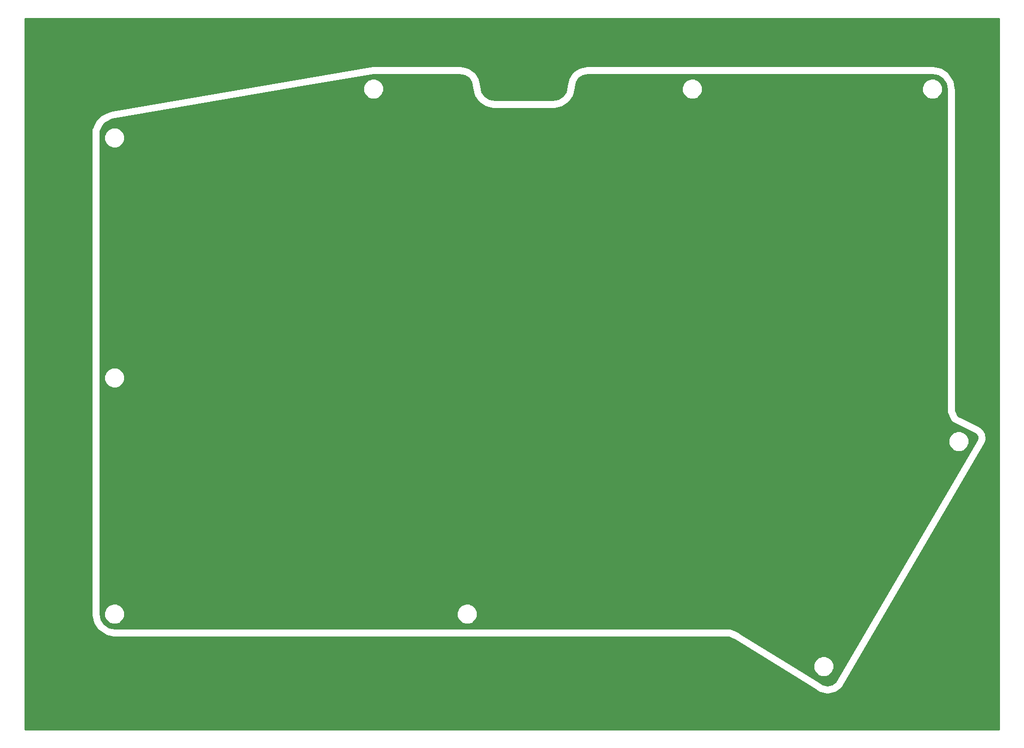
<source format=gbr>
G04 #@! TF.FileFunction,Copper,L2,Bot,Signal*
%FSLAX46Y46*%
G04 Gerber Fmt 4.6, Leading zero omitted, Abs format (unit mm)*
G04 Created by KiCad (PCBNEW 4.0.7) date 05/24/18 16:25:35*
%MOMM*%
%LPD*%
G01*
G04 APERTURE LIST*
%ADD10C,0.100000*%
%ADD11C,0.254000*%
G04 APERTURE END LIST*
D10*
D11*
G36*
X222123000Y-152273000D02*
X57277000Y-152273000D01*
X57277000Y-50800000D01*
X68505000Y-50800000D01*
X68505000Y-132715000D01*
X68518642Y-132783584D01*
X68518642Y-132853514D01*
X68760324Y-134068534D01*
X68841168Y-134263707D01*
X68866339Y-134324475D01*
X69554593Y-135354519D01*
X69750481Y-135550407D01*
X70780525Y-136238661D01*
X70855489Y-136269712D01*
X71036466Y-136344676D01*
X72251487Y-136586358D01*
X72321416Y-136586358D01*
X72390000Y-136600000D01*
X176362392Y-136600000D01*
X177453672Y-137145640D01*
X190750805Y-145377199D01*
X191614566Y-145954345D01*
X191870507Y-146060359D01*
X192901485Y-146265434D01*
X193178514Y-146265434D01*
X194209493Y-146060360D01*
X194465434Y-145954345D01*
X195339455Y-145370343D01*
X195354730Y-145355068D01*
X195374154Y-145345620D01*
X195452180Y-145257618D01*
X195535343Y-145174455D01*
X195543609Y-145154500D01*
X195557941Y-145138335D01*
X219687941Y-103863334D01*
X219718265Y-103775572D01*
X219759786Y-103692530D01*
X219906117Y-103158186D01*
X219911969Y-103075845D01*
X219925756Y-102881854D01*
X219856463Y-102332185D01*
X219788136Y-102127207D01*
X219768859Y-102069374D01*
X219494492Y-101588063D01*
X219342200Y-101412470D01*
X219312982Y-101378781D01*
X218875312Y-101039105D01*
X218812764Y-101007831D01*
X218757521Y-100964957D01*
X216217522Y-99694957D01*
X215159203Y-99165797D01*
X214705000Y-98257392D01*
X214705000Y-43815000D01*
X214691358Y-43746416D01*
X214691358Y-43676487D01*
X214449676Y-42461466D01*
X214343661Y-42205526D01*
X214343661Y-42205525D01*
X213655407Y-41175481D01*
X213459519Y-40979593D01*
X212429475Y-40291339D01*
X212173534Y-40185324D01*
X210958514Y-39943642D01*
X210880964Y-39943642D01*
X210812380Y-39930000D01*
X152473660Y-39930000D01*
X152405076Y-39943642D01*
X151243799Y-40156018D01*
X151062822Y-40230982D01*
X150987858Y-40262033D01*
X150082717Y-40866829D01*
X149886829Y-41062717D01*
X149282033Y-41967858D01*
X149282033Y-41967859D01*
X149176018Y-42223799D01*
X148963642Y-43291485D01*
X148963642Y-43291486D01*
X148762833Y-44301023D01*
X148269439Y-45039439D01*
X147531023Y-45532833D01*
X146590069Y-45720000D01*
X136729931Y-45720000D01*
X135788977Y-45532833D01*
X135050561Y-45039439D01*
X134557167Y-44301023D01*
X134356358Y-43291486D01*
X134356358Y-43291485D01*
X134143982Y-42223799D01*
X134037967Y-41967859D01*
X134037967Y-41967858D01*
X133433171Y-41062717D01*
X133237283Y-40866829D01*
X132332142Y-40262033D01*
X132257178Y-40230982D01*
X132076201Y-40156018D01*
X131008514Y-39943642D01*
X130972626Y-39943642D01*
X130878334Y-39924920D01*
X116214914Y-39930000D01*
X116154431Y-39942053D01*
X116085035Y-39940208D01*
X71635036Y-47560208D01*
X71537854Y-47597469D01*
X71437478Y-47624957D01*
X70167478Y-48259957D01*
X70077578Y-48329729D01*
X69982954Y-48392954D01*
X69347954Y-49027954D01*
X69284729Y-49122578D01*
X69214957Y-49212478D01*
X68579957Y-50482478D01*
X68573219Y-50507084D01*
X68559046Y-50528295D01*
X68536844Y-50639913D01*
X68506787Y-50749669D01*
X68509977Y-50774977D01*
X68505000Y-50800000D01*
X57277000Y-50800000D01*
X57277000Y-31877000D01*
X222123000Y-31877000D01*
X222123000Y-152273000D01*
X222123000Y-152273000D01*
G37*
X222123000Y-152273000D02*
X57277000Y-152273000D01*
X57277000Y-50800000D01*
X68505000Y-50800000D01*
X68505000Y-132715000D01*
X68518642Y-132783584D01*
X68518642Y-132853514D01*
X68760324Y-134068534D01*
X68841168Y-134263707D01*
X68866339Y-134324475D01*
X69554593Y-135354519D01*
X69750481Y-135550407D01*
X70780525Y-136238661D01*
X70855489Y-136269712D01*
X71036466Y-136344676D01*
X72251487Y-136586358D01*
X72321416Y-136586358D01*
X72390000Y-136600000D01*
X176362392Y-136600000D01*
X177453672Y-137145640D01*
X190750805Y-145377199D01*
X191614566Y-145954345D01*
X191870507Y-146060359D01*
X192901485Y-146265434D01*
X193178514Y-146265434D01*
X194209493Y-146060360D01*
X194465434Y-145954345D01*
X195339455Y-145370343D01*
X195354730Y-145355068D01*
X195374154Y-145345620D01*
X195452180Y-145257618D01*
X195535343Y-145174455D01*
X195543609Y-145154500D01*
X195557941Y-145138335D01*
X219687941Y-103863334D01*
X219718265Y-103775572D01*
X219759786Y-103692530D01*
X219906117Y-103158186D01*
X219911969Y-103075845D01*
X219925756Y-102881854D01*
X219856463Y-102332185D01*
X219788136Y-102127207D01*
X219768859Y-102069374D01*
X219494492Y-101588063D01*
X219342200Y-101412470D01*
X219312982Y-101378781D01*
X218875312Y-101039105D01*
X218812764Y-101007831D01*
X218757521Y-100964957D01*
X216217522Y-99694957D01*
X215159203Y-99165797D01*
X214705000Y-98257392D01*
X214705000Y-43815000D01*
X214691358Y-43746416D01*
X214691358Y-43676487D01*
X214449676Y-42461466D01*
X214343661Y-42205526D01*
X214343661Y-42205525D01*
X213655407Y-41175481D01*
X213459519Y-40979593D01*
X212429475Y-40291339D01*
X212173534Y-40185324D01*
X210958514Y-39943642D01*
X210880964Y-39943642D01*
X210812380Y-39930000D01*
X152473660Y-39930000D01*
X152405076Y-39943642D01*
X151243799Y-40156018D01*
X151062822Y-40230982D01*
X150987858Y-40262033D01*
X150082717Y-40866829D01*
X149886829Y-41062717D01*
X149282033Y-41967858D01*
X149282033Y-41967859D01*
X149176018Y-42223799D01*
X148963642Y-43291485D01*
X148963642Y-43291486D01*
X148762833Y-44301023D01*
X148269439Y-45039439D01*
X147531023Y-45532833D01*
X146590069Y-45720000D01*
X136729931Y-45720000D01*
X135788977Y-45532833D01*
X135050561Y-45039439D01*
X134557167Y-44301023D01*
X134356358Y-43291486D01*
X134356358Y-43291485D01*
X134143982Y-42223799D01*
X134037967Y-41967859D01*
X134037967Y-41967858D01*
X133433171Y-41062717D01*
X133237283Y-40866829D01*
X132332142Y-40262033D01*
X132257178Y-40230982D01*
X132076201Y-40156018D01*
X131008514Y-39943642D01*
X130972626Y-39943642D01*
X130878334Y-39924920D01*
X116214914Y-39930000D01*
X116154431Y-39942053D01*
X116085035Y-39940208D01*
X71635036Y-47560208D01*
X71537854Y-47597469D01*
X71437478Y-47624957D01*
X70167478Y-48259957D01*
X70077578Y-48329729D01*
X69982954Y-48392954D01*
X69347954Y-49027954D01*
X69284729Y-49122578D01*
X69214957Y-49212478D01*
X68579957Y-50482478D01*
X68573219Y-50507084D01*
X68559046Y-50528295D01*
X68536844Y-50639913D01*
X68506787Y-50749669D01*
X68509977Y-50774977D01*
X68505000Y-50800000D01*
X57277000Y-50800000D01*
X57277000Y-31877000D01*
X222123000Y-31877000D01*
X222123000Y-152273000D01*
G36*
X131660660Y-41521182D02*
X132330947Y-41969053D01*
X132778818Y-42639340D01*
X132963642Y-43568513D01*
X132963642Y-43568514D01*
X133192003Y-44716564D01*
X133251526Y-44860263D01*
X133298018Y-44972505D01*
X133948337Y-45945775D01*
X134144225Y-46141663D01*
X135117495Y-46791982D01*
X135195889Y-46824454D01*
X135373436Y-46897997D01*
X136521487Y-47126358D01*
X136591416Y-47126358D01*
X136660000Y-47140000D01*
X146660000Y-47140000D01*
X146728584Y-47126358D01*
X146798514Y-47126358D01*
X147946564Y-46897997D01*
X148202505Y-46791982D01*
X149175775Y-46141663D01*
X149371663Y-45945775D01*
X150021982Y-44972505D01*
X150087929Y-44813295D01*
X150127997Y-44716564D01*
X150356358Y-43568513D01*
X150364696Y-43526593D01*
X168434677Y-43526593D01*
X168444975Y-43842507D01*
X168444699Y-44158599D01*
X168456184Y-44186395D01*
X168457164Y-44216453D01*
X168677901Y-44749359D01*
X168690954Y-44754581D01*
X168708281Y-44796515D01*
X169195918Y-45285004D01*
X169240149Y-45303370D01*
X169245641Y-45317099D01*
X169541448Y-45428481D01*
X169833373Y-45549699D01*
X169863448Y-45549725D01*
X169891593Y-45560323D01*
X170207507Y-45550025D01*
X170523599Y-45550301D01*
X170551395Y-45538816D01*
X170581453Y-45537836D01*
X171114359Y-45317099D01*
X171119581Y-45304046D01*
X171161515Y-45286719D01*
X171650004Y-44799082D01*
X171668370Y-44754851D01*
X171682099Y-44749359D01*
X171793481Y-44453552D01*
X171914699Y-44161627D01*
X171914725Y-44131552D01*
X171925323Y-44103407D01*
X171915025Y-43787493D01*
X171915252Y-43526593D01*
X209074677Y-43526593D01*
X209084975Y-43842507D01*
X209084699Y-44158599D01*
X209096184Y-44186395D01*
X209097164Y-44216453D01*
X209317901Y-44749359D01*
X209330954Y-44754581D01*
X209348281Y-44796515D01*
X209835918Y-45285004D01*
X209880149Y-45303370D01*
X209885641Y-45317099D01*
X210181448Y-45428481D01*
X210473373Y-45549699D01*
X210503448Y-45549725D01*
X210531593Y-45560323D01*
X210847507Y-45550025D01*
X211163599Y-45550301D01*
X211191395Y-45538816D01*
X211221453Y-45537836D01*
X211754359Y-45317099D01*
X211759581Y-45304046D01*
X211801515Y-45286719D01*
X212290004Y-44799082D01*
X212308370Y-44754851D01*
X212322099Y-44749359D01*
X212433481Y-44453552D01*
X212554699Y-44161627D01*
X212554725Y-44131552D01*
X212565323Y-44103407D01*
X212555025Y-43787493D01*
X212555301Y-43471401D01*
X212543816Y-43443605D01*
X212542836Y-43413547D01*
X212322099Y-42880641D01*
X212309046Y-42875419D01*
X212291719Y-42833485D01*
X211804082Y-42344996D01*
X211759851Y-42326630D01*
X211754359Y-42312901D01*
X211458552Y-42201519D01*
X211166627Y-42080301D01*
X211136552Y-42080275D01*
X211108407Y-42069677D01*
X210792493Y-42079975D01*
X210476401Y-42079699D01*
X210448605Y-42091184D01*
X210418547Y-42092164D01*
X209885641Y-42312901D01*
X209880419Y-42325954D01*
X209838485Y-42343281D01*
X209349996Y-42830918D01*
X209331630Y-42875149D01*
X209317901Y-42880641D01*
X209206519Y-43176448D01*
X209085301Y-43468373D01*
X209085275Y-43498448D01*
X209074677Y-43526593D01*
X171915252Y-43526593D01*
X171915301Y-43471401D01*
X171903816Y-43443605D01*
X171902836Y-43413547D01*
X171682099Y-42880641D01*
X171669046Y-42875419D01*
X171651719Y-42833485D01*
X171164082Y-42344996D01*
X171119851Y-42326630D01*
X171114359Y-42312901D01*
X170818552Y-42201519D01*
X170526627Y-42080301D01*
X170496552Y-42080275D01*
X170468407Y-42069677D01*
X170152493Y-42079975D01*
X169836401Y-42079699D01*
X169808605Y-42091184D01*
X169778547Y-42092164D01*
X169245641Y-42312901D01*
X169240419Y-42325954D01*
X169198485Y-42343281D01*
X168709996Y-42830918D01*
X168691630Y-42875149D01*
X168677901Y-42880641D01*
X168566519Y-43176448D01*
X168445301Y-43468373D01*
X168445275Y-43498448D01*
X168434677Y-43526593D01*
X150364696Y-43526593D01*
X150541182Y-42639340D01*
X150989053Y-41969053D01*
X151659340Y-41521182D01*
X152519931Y-41350000D01*
X210750069Y-41350000D01*
X211757993Y-41550488D01*
X212553183Y-42081817D01*
X213084512Y-42877007D01*
X213285000Y-43884931D01*
X213285000Y-98425000D01*
X213289977Y-98450023D01*
X213286787Y-98475331D01*
X213316844Y-98585087D01*
X213339046Y-98696705D01*
X213353219Y-98717916D01*
X213359957Y-98742522D01*
X213994957Y-100012522D01*
X214049540Y-100082852D01*
X214093628Y-100160193D01*
X214133704Y-100191296D01*
X214164807Y-100231372D01*
X214242148Y-100275460D01*
X214312478Y-100330043D01*
X218059932Y-102203770D01*
X218330790Y-102413983D01*
X218465277Y-102649906D01*
X218499242Y-102919339D01*
X218414897Y-103227337D01*
X194414585Y-144280503D01*
X193793950Y-144695197D01*
X193040002Y-144845167D01*
X192286050Y-144695197D01*
X191529455Y-144189657D01*
X191517877Y-144184861D01*
X191508712Y-144176312D01*
X186889166Y-141316593D01*
X190659677Y-141316593D01*
X190669975Y-141632507D01*
X190669699Y-141948599D01*
X190681184Y-141976395D01*
X190682164Y-142006453D01*
X190902901Y-142539359D01*
X190915954Y-142544581D01*
X190933281Y-142586515D01*
X191420918Y-143075004D01*
X191465149Y-143093370D01*
X191470641Y-143107099D01*
X191766448Y-143218481D01*
X192058373Y-143339699D01*
X192088448Y-143339725D01*
X192116593Y-143350323D01*
X192432507Y-143340025D01*
X192748599Y-143340301D01*
X192776395Y-143328816D01*
X192806453Y-143327836D01*
X193339359Y-143107099D01*
X193344581Y-143094046D01*
X193386515Y-143076719D01*
X193875004Y-142589082D01*
X193893370Y-142544851D01*
X193907099Y-142539359D01*
X194018481Y-142243552D01*
X194139699Y-141951627D01*
X194139725Y-141921552D01*
X194150323Y-141893407D01*
X194140025Y-141577493D01*
X194140301Y-141261401D01*
X194128816Y-141233605D01*
X194127836Y-141203547D01*
X193907099Y-140670641D01*
X193894046Y-140665419D01*
X193876719Y-140623485D01*
X193389082Y-140134996D01*
X193344851Y-140116630D01*
X193339359Y-140102901D01*
X193043552Y-139991519D01*
X192751627Y-139870301D01*
X192721552Y-139870275D01*
X192693407Y-139859677D01*
X192377493Y-139869975D01*
X192061401Y-139869699D01*
X192033605Y-139881184D01*
X192003547Y-139882164D01*
X191470641Y-140102901D01*
X191465419Y-140115954D01*
X191423485Y-140133281D01*
X190934996Y-140620918D01*
X190916630Y-140665149D01*
X190902901Y-140670641D01*
X190791519Y-140966448D01*
X190670301Y-141258373D01*
X190670275Y-141288448D01*
X190659677Y-141316593D01*
X186889166Y-141316593D01*
X178173712Y-135921312D01*
X178143231Y-135909910D01*
X178117522Y-135889957D01*
X176847522Y-135254957D01*
X176822916Y-135248219D01*
X176801705Y-135234046D01*
X176690087Y-135211844D01*
X176580331Y-135181787D01*
X176555023Y-135184977D01*
X176530000Y-135180000D01*
X72459931Y-135180000D01*
X71452007Y-134979512D01*
X70656817Y-134448183D01*
X70125488Y-133652993D01*
X69925000Y-132645069D01*
X69925000Y-132426593D01*
X70644677Y-132426593D01*
X70654975Y-132742507D01*
X70654699Y-133058599D01*
X70666184Y-133086395D01*
X70667164Y-133116453D01*
X70887901Y-133649359D01*
X70900954Y-133654581D01*
X70918281Y-133696515D01*
X71405918Y-134185004D01*
X71450149Y-134203370D01*
X71455641Y-134217099D01*
X71751448Y-134328481D01*
X72043373Y-134449699D01*
X72073448Y-134449725D01*
X72101593Y-134460323D01*
X72417507Y-134450025D01*
X72733599Y-134450301D01*
X72761395Y-134438816D01*
X72791453Y-134437836D01*
X73324359Y-134217099D01*
X73329581Y-134204046D01*
X73371515Y-134186719D01*
X73860004Y-133699082D01*
X73878370Y-133654851D01*
X73892099Y-133649359D01*
X74003481Y-133353552D01*
X74124699Y-133061627D01*
X74124725Y-133031552D01*
X74135323Y-133003407D01*
X74125025Y-132687493D01*
X74125252Y-132426593D01*
X130334677Y-132426593D01*
X130344975Y-132742507D01*
X130344699Y-133058599D01*
X130356184Y-133086395D01*
X130357164Y-133116453D01*
X130577901Y-133649359D01*
X130590954Y-133654581D01*
X130608281Y-133696515D01*
X131095918Y-134185004D01*
X131140149Y-134203370D01*
X131145641Y-134217099D01*
X131441448Y-134328481D01*
X131733373Y-134449699D01*
X131763448Y-134449725D01*
X131791593Y-134460323D01*
X132107507Y-134450025D01*
X132423599Y-134450301D01*
X132451395Y-134438816D01*
X132481453Y-134437836D01*
X133014359Y-134217099D01*
X133019581Y-134204046D01*
X133061515Y-134186719D01*
X133550004Y-133699082D01*
X133568370Y-133654851D01*
X133582099Y-133649359D01*
X133693481Y-133353552D01*
X133814699Y-133061627D01*
X133814725Y-133031552D01*
X133825323Y-133003407D01*
X133815025Y-132687493D01*
X133815301Y-132371401D01*
X133803816Y-132343605D01*
X133802836Y-132313547D01*
X133582099Y-131780641D01*
X133569046Y-131775419D01*
X133551719Y-131733485D01*
X133064082Y-131244996D01*
X133019851Y-131226630D01*
X133014359Y-131212901D01*
X132718552Y-131101519D01*
X132426627Y-130980301D01*
X132396552Y-130980275D01*
X132368407Y-130969677D01*
X132052493Y-130979975D01*
X131736401Y-130979699D01*
X131708605Y-130991184D01*
X131678547Y-130992164D01*
X131145641Y-131212901D01*
X131140419Y-131225954D01*
X131098485Y-131243281D01*
X130609996Y-131730918D01*
X130591630Y-131775149D01*
X130577901Y-131780641D01*
X130466519Y-132076448D01*
X130345301Y-132368373D01*
X130345275Y-132398448D01*
X130334677Y-132426593D01*
X74125252Y-132426593D01*
X74125301Y-132371401D01*
X74113816Y-132343605D01*
X74112836Y-132313547D01*
X73892099Y-131780641D01*
X73879046Y-131775419D01*
X73861719Y-131733485D01*
X73374082Y-131244996D01*
X73329851Y-131226630D01*
X73324359Y-131212901D01*
X73028552Y-131101519D01*
X72736627Y-130980301D01*
X72706552Y-130980275D01*
X72678407Y-130969677D01*
X72362493Y-130979975D01*
X72046401Y-130979699D01*
X72018605Y-130991184D01*
X71988547Y-130992164D01*
X71455641Y-131212901D01*
X71450419Y-131225954D01*
X71408485Y-131243281D01*
X70919996Y-131730918D01*
X70901630Y-131775149D01*
X70887901Y-131780641D01*
X70776519Y-132076448D01*
X70655301Y-132368373D01*
X70655275Y-132398448D01*
X70644677Y-132426593D01*
X69925000Y-132426593D01*
X69925000Y-103216593D01*
X213519677Y-103216593D01*
X213529975Y-103532507D01*
X213529699Y-103848599D01*
X213541184Y-103876395D01*
X213542164Y-103906453D01*
X213762901Y-104439359D01*
X213775954Y-104444581D01*
X213793281Y-104486515D01*
X214280918Y-104975004D01*
X214325149Y-104993370D01*
X214330641Y-105007099D01*
X214626448Y-105118481D01*
X214918373Y-105239699D01*
X214948448Y-105239725D01*
X214976593Y-105250323D01*
X215292507Y-105240025D01*
X215608599Y-105240301D01*
X215636395Y-105228816D01*
X215666453Y-105227836D01*
X216199359Y-105007099D01*
X216204581Y-104994046D01*
X216246515Y-104976719D01*
X216735004Y-104489082D01*
X216753370Y-104444851D01*
X216767099Y-104439359D01*
X216878481Y-104143552D01*
X216999699Y-103851627D01*
X216999725Y-103821552D01*
X217010323Y-103793407D01*
X217000025Y-103477493D01*
X217000301Y-103161401D01*
X216988816Y-103133605D01*
X216987836Y-103103547D01*
X216767099Y-102570641D01*
X216754046Y-102565419D01*
X216736719Y-102523485D01*
X216249082Y-102034996D01*
X216204851Y-102016630D01*
X216199359Y-102002901D01*
X215903552Y-101891519D01*
X215611627Y-101770301D01*
X215581552Y-101770275D01*
X215553407Y-101759677D01*
X215237493Y-101769975D01*
X214921401Y-101769699D01*
X214893605Y-101781184D01*
X214863547Y-101782164D01*
X214330641Y-102002901D01*
X214325419Y-102015954D01*
X214283485Y-102033281D01*
X213794996Y-102520918D01*
X213776630Y-102565149D01*
X213762901Y-102570641D01*
X213651519Y-102866448D01*
X213530301Y-103158373D01*
X213530275Y-103188448D01*
X213519677Y-103216593D01*
X69925000Y-103216593D01*
X69925000Y-92421593D01*
X70644677Y-92421593D01*
X70654975Y-92737507D01*
X70654699Y-93053599D01*
X70666184Y-93081395D01*
X70667164Y-93111453D01*
X70887901Y-93644359D01*
X70900954Y-93649581D01*
X70918281Y-93691515D01*
X71405918Y-94180004D01*
X71450149Y-94198370D01*
X71455641Y-94212099D01*
X71751448Y-94323481D01*
X72043373Y-94444699D01*
X72073448Y-94444725D01*
X72101593Y-94455323D01*
X72417507Y-94445025D01*
X72733599Y-94445301D01*
X72761395Y-94433816D01*
X72791453Y-94432836D01*
X73324359Y-94212099D01*
X73329581Y-94199046D01*
X73371515Y-94181719D01*
X73860004Y-93694082D01*
X73878370Y-93649851D01*
X73892099Y-93644359D01*
X74003481Y-93348552D01*
X74124699Y-93056627D01*
X74124725Y-93026552D01*
X74135323Y-92998407D01*
X74125025Y-92682493D01*
X74125301Y-92366401D01*
X74113816Y-92338605D01*
X74112836Y-92308547D01*
X73892099Y-91775641D01*
X73879046Y-91770419D01*
X73861719Y-91728485D01*
X73374082Y-91239996D01*
X73329851Y-91221630D01*
X73324359Y-91207901D01*
X73028552Y-91096519D01*
X72736627Y-90975301D01*
X72706552Y-90975275D01*
X72678407Y-90964677D01*
X72362493Y-90974975D01*
X72046401Y-90974699D01*
X72018605Y-90986184D01*
X71988547Y-90987164D01*
X71455641Y-91207901D01*
X71450419Y-91220954D01*
X71408485Y-91238281D01*
X70919996Y-91725918D01*
X70901630Y-91770149D01*
X70887901Y-91775641D01*
X70776519Y-92071448D01*
X70655301Y-92363373D01*
X70655275Y-92393448D01*
X70644677Y-92421593D01*
X69925000Y-92421593D01*
X69925000Y-51781593D01*
X70644677Y-51781593D01*
X70654975Y-52097507D01*
X70654699Y-52413599D01*
X70666184Y-52441395D01*
X70667164Y-52471453D01*
X70887901Y-53004359D01*
X70900954Y-53009581D01*
X70918281Y-53051515D01*
X71405918Y-53540004D01*
X71450149Y-53558370D01*
X71455641Y-53572099D01*
X71751448Y-53683481D01*
X72043373Y-53804699D01*
X72073448Y-53804725D01*
X72101593Y-53815323D01*
X72417507Y-53805025D01*
X72733599Y-53805301D01*
X72761395Y-53793816D01*
X72791453Y-53792836D01*
X73324359Y-53572099D01*
X73329581Y-53559046D01*
X73371515Y-53541719D01*
X73860004Y-53054082D01*
X73878370Y-53009851D01*
X73892099Y-53004359D01*
X74003481Y-52708552D01*
X74124699Y-52416627D01*
X74124725Y-52386552D01*
X74135323Y-52358407D01*
X74125025Y-52042493D01*
X74125301Y-51726401D01*
X74113816Y-51698605D01*
X74112836Y-51668547D01*
X73892099Y-51135641D01*
X73879046Y-51130419D01*
X73861719Y-51088485D01*
X73374082Y-50599996D01*
X73329851Y-50581630D01*
X73324359Y-50567901D01*
X73028552Y-50456519D01*
X72736627Y-50335301D01*
X72706552Y-50335275D01*
X72678407Y-50324677D01*
X72362493Y-50334975D01*
X72046401Y-50334699D01*
X72018605Y-50346184D01*
X71988547Y-50347164D01*
X71455641Y-50567901D01*
X71450419Y-50580954D01*
X71408485Y-50598281D01*
X70919996Y-51085918D01*
X70901630Y-51130149D01*
X70887901Y-51135641D01*
X70776519Y-51431448D01*
X70655301Y-51723373D01*
X70655275Y-51753448D01*
X70644677Y-51781593D01*
X69925000Y-51781593D01*
X69925000Y-50967608D01*
X70433516Y-49950576D01*
X70905576Y-49478516D01*
X71978534Y-48942037D01*
X103568626Y-43526593D01*
X114459677Y-43526593D01*
X114469975Y-43842507D01*
X114469699Y-44158599D01*
X114481184Y-44186395D01*
X114482164Y-44216453D01*
X114702901Y-44749359D01*
X114715954Y-44754581D01*
X114733281Y-44796515D01*
X115220918Y-45285004D01*
X115265149Y-45303370D01*
X115270641Y-45317099D01*
X115566448Y-45428481D01*
X115858373Y-45549699D01*
X115888448Y-45549725D01*
X115916593Y-45560323D01*
X116232507Y-45550025D01*
X116548599Y-45550301D01*
X116576395Y-45538816D01*
X116606453Y-45537836D01*
X117139359Y-45317099D01*
X117144581Y-45304046D01*
X117186515Y-45286719D01*
X117675004Y-44799082D01*
X117693370Y-44754851D01*
X117707099Y-44749359D01*
X117818481Y-44453552D01*
X117939699Y-44161627D01*
X117939725Y-44131552D01*
X117950323Y-44103407D01*
X117940025Y-43787493D01*
X117940301Y-43471401D01*
X117928816Y-43443605D01*
X117927836Y-43413547D01*
X117707099Y-42880641D01*
X117694046Y-42875419D01*
X117676719Y-42833485D01*
X117189082Y-42344996D01*
X117144851Y-42326630D01*
X117139359Y-42312901D01*
X116843552Y-42201519D01*
X116551627Y-42080301D01*
X116521552Y-42080275D01*
X116493407Y-42069677D01*
X116177493Y-42079975D01*
X115861401Y-42079699D01*
X115833605Y-42091184D01*
X115803547Y-42092164D01*
X115270641Y-42312901D01*
X115265419Y-42325954D01*
X115223485Y-42343281D01*
X114734996Y-42830918D01*
X114716630Y-42875149D01*
X114702901Y-42880641D01*
X114591519Y-43176448D01*
X114470301Y-43468373D01*
X114470275Y-43498448D01*
X114459677Y-43526593D01*
X103568626Y-43526593D01*
X116265519Y-41349983D01*
X130774711Y-41344956D01*
X131660660Y-41521182D01*
X131660660Y-41521182D01*
G37*
X131660660Y-41521182D02*
X132330947Y-41969053D01*
X132778818Y-42639340D01*
X132963642Y-43568513D01*
X132963642Y-43568514D01*
X133192003Y-44716564D01*
X133251526Y-44860263D01*
X133298018Y-44972505D01*
X133948337Y-45945775D01*
X134144225Y-46141663D01*
X135117495Y-46791982D01*
X135195889Y-46824454D01*
X135373436Y-46897997D01*
X136521487Y-47126358D01*
X136591416Y-47126358D01*
X136660000Y-47140000D01*
X146660000Y-47140000D01*
X146728584Y-47126358D01*
X146798514Y-47126358D01*
X147946564Y-46897997D01*
X148202505Y-46791982D01*
X149175775Y-46141663D01*
X149371663Y-45945775D01*
X150021982Y-44972505D01*
X150087929Y-44813295D01*
X150127997Y-44716564D01*
X150356358Y-43568513D01*
X150364696Y-43526593D01*
X168434677Y-43526593D01*
X168444975Y-43842507D01*
X168444699Y-44158599D01*
X168456184Y-44186395D01*
X168457164Y-44216453D01*
X168677901Y-44749359D01*
X168690954Y-44754581D01*
X168708281Y-44796515D01*
X169195918Y-45285004D01*
X169240149Y-45303370D01*
X169245641Y-45317099D01*
X169541448Y-45428481D01*
X169833373Y-45549699D01*
X169863448Y-45549725D01*
X169891593Y-45560323D01*
X170207507Y-45550025D01*
X170523599Y-45550301D01*
X170551395Y-45538816D01*
X170581453Y-45537836D01*
X171114359Y-45317099D01*
X171119581Y-45304046D01*
X171161515Y-45286719D01*
X171650004Y-44799082D01*
X171668370Y-44754851D01*
X171682099Y-44749359D01*
X171793481Y-44453552D01*
X171914699Y-44161627D01*
X171914725Y-44131552D01*
X171925323Y-44103407D01*
X171915025Y-43787493D01*
X171915252Y-43526593D01*
X209074677Y-43526593D01*
X209084975Y-43842507D01*
X209084699Y-44158599D01*
X209096184Y-44186395D01*
X209097164Y-44216453D01*
X209317901Y-44749359D01*
X209330954Y-44754581D01*
X209348281Y-44796515D01*
X209835918Y-45285004D01*
X209880149Y-45303370D01*
X209885641Y-45317099D01*
X210181448Y-45428481D01*
X210473373Y-45549699D01*
X210503448Y-45549725D01*
X210531593Y-45560323D01*
X210847507Y-45550025D01*
X211163599Y-45550301D01*
X211191395Y-45538816D01*
X211221453Y-45537836D01*
X211754359Y-45317099D01*
X211759581Y-45304046D01*
X211801515Y-45286719D01*
X212290004Y-44799082D01*
X212308370Y-44754851D01*
X212322099Y-44749359D01*
X212433481Y-44453552D01*
X212554699Y-44161627D01*
X212554725Y-44131552D01*
X212565323Y-44103407D01*
X212555025Y-43787493D01*
X212555301Y-43471401D01*
X212543816Y-43443605D01*
X212542836Y-43413547D01*
X212322099Y-42880641D01*
X212309046Y-42875419D01*
X212291719Y-42833485D01*
X211804082Y-42344996D01*
X211759851Y-42326630D01*
X211754359Y-42312901D01*
X211458552Y-42201519D01*
X211166627Y-42080301D01*
X211136552Y-42080275D01*
X211108407Y-42069677D01*
X210792493Y-42079975D01*
X210476401Y-42079699D01*
X210448605Y-42091184D01*
X210418547Y-42092164D01*
X209885641Y-42312901D01*
X209880419Y-42325954D01*
X209838485Y-42343281D01*
X209349996Y-42830918D01*
X209331630Y-42875149D01*
X209317901Y-42880641D01*
X209206519Y-43176448D01*
X209085301Y-43468373D01*
X209085275Y-43498448D01*
X209074677Y-43526593D01*
X171915252Y-43526593D01*
X171915301Y-43471401D01*
X171903816Y-43443605D01*
X171902836Y-43413547D01*
X171682099Y-42880641D01*
X171669046Y-42875419D01*
X171651719Y-42833485D01*
X171164082Y-42344996D01*
X171119851Y-42326630D01*
X171114359Y-42312901D01*
X170818552Y-42201519D01*
X170526627Y-42080301D01*
X170496552Y-42080275D01*
X170468407Y-42069677D01*
X170152493Y-42079975D01*
X169836401Y-42079699D01*
X169808605Y-42091184D01*
X169778547Y-42092164D01*
X169245641Y-42312901D01*
X169240419Y-42325954D01*
X169198485Y-42343281D01*
X168709996Y-42830918D01*
X168691630Y-42875149D01*
X168677901Y-42880641D01*
X168566519Y-43176448D01*
X168445301Y-43468373D01*
X168445275Y-43498448D01*
X168434677Y-43526593D01*
X150364696Y-43526593D01*
X150541182Y-42639340D01*
X150989053Y-41969053D01*
X151659340Y-41521182D01*
X152519931Y-41350000D01*
X210750069Y-41350000D01*
X211757993Y-41550488D01*
X212553183Y-42081817D01*
X213084512Y-42877007D01*
X213285000Y-43884931D01*
X213285000Y-98425000D01*
X213289977Y-98450023D01*
X213286787Y-98475331D01*
X213316844Y-98585087D01*
X213339046Y-98696705D01*
X213353219Y-98717916D01*
X213359957Y-98742522D01*
X213994957Y-100012522D01*
X214049540Y-100082852D01*
X214093628Y-100160193D01*
X214133704Y-100191296D01*
X214164807Y-100231372D01*
X214242148Y-100275460D01*
X214312478Y-100330043D01*
X218059932Y-102203770D01*
X218330790Y-102413983D01*
X218465277Y-102649906D01*
X218499242Y-102919339D01*
X218414897Y-103227337D01*
X194414585Y-144280503D01*
X193793950Y-144695197D01*
X193040002Y-144845167D01*
X192286050Y-144695197D01*
X191529455Y-144189657D01*
X191517877Y-144184861D01*
X191508712Y-144176312D01*
X186889166Y-141316593D01*
X190659677Y-141316593D01*
X190669975Y-141632507D01*
X190669699Y-141948599D01*
X190681184Y-141976395D01*
X190682164Y-142006453D01*
X190902901Y-142539359D01*
X190915954Y-142544581D01*
X190933281Y-142586515D01*
X191420918Y-143075004D01*
X191465149Y-143093370D01*
X191470641Y-143107099D01*
X191766448Y-143218481D01*
X192058373Y-143339699D01*
X192088448Y-143339725D01*
X192116593Y-143350323D01*
X192432507Y-143340025D01*
X192748599Y-143340301D01*
X192776395Y-143328816D01*
X192806453Y-143327836D01*
X193339359Y-143107099D01*
X193344581Y-143094046D01*
X193386515Y-143076719D01*
X193875004Y-142589082D01*
X193893370Y-142544851D01*
X193907099Y-142539359D01*
X194018481Y-142243552D01*
X194139699Y-141951627D01*
X194139725Y-141921552D01*
X194150323Y-141893407D01*
X194140025Y-141577493D01*
X194140301Y-141261401D01*
X194128816Y-141233605D01*
X194127836Y-141203547D01*
X193907099Y-140670641D01*
X193894046Y-140665419D01*
X193876719Y-140623485D01*
X193389082Y-140134996D01*
X193344851Y-140116630D01*
X193339359Y-140102901D01*
X193043552Y-139991519D01*
X192751627Y-139870301D01*
X192721552Y-139870275D01*
X192693407Y-139859677D01*
X192377493Y-139869975D01*
X192061401Y-139869699D01*
X192033605Y-139881184D01*
X192003547Y-139882164D01*
X191470641Y-140102901D01*
X191465419Y-140115954D01*
X191423485Y-140133281D01*
X190934996Y-140620918D01*
X190916630Y-140665149D01*
X190902901Y-140670641D01*
X190791519Y-140966448D01*
X190670301Y-141258373D01*
X190670275Y-141288448D01*
X190659677Y-141316593D01*
X186889166Y-141316593D01*
X178173712Y-135921312D01*
X178143231Y-135909910D01*
X178117522Y-135889957D01*
X176847522Y-135254957D01*
X176822916Y-135248219D01*
X176801705Y-135234046D01*
X176690087Y-135211844D01*
X176580331Y-135181787D01*
X176555023Y-135184977D01*
X176530000Y-135180000D01*
X72459931Y-135180000D01*
X71452007Y-134979512D01*
X70656817Y-134448183D01*
X70125488Y-133652993D01*
X69925000Y-132645069D01*
X69925000Y-132426593D01*
X70644677Y-132426593D01*
X70654975Y-132742507D01*
X70654699Y-133058599D01*
X70666184Y-133086395D01*
X70667164Y-133116453D01*
X70887901Y-133649359D01*
X70900954Y-133654581D01*
X70918281Y-133696515D01*
X71405918Y-134185004D01*
X71450149Y-134203370D01*
X71455641Y-134217099D01*
X71751448Y-134328481D01*
X72043373Y-134449699D01*
X72073448Y-134449725D01*
X72101593Y-134460323D01*
X72417507Y-134450025D01*
X72733599Y-134450301D01*
X72761395Y-134438816D01*
X72791453Y-134437836D01*
X73324359Y-134217099D01*
X73329581Y-134204046D01*
X73371515Y-134186719D01*
X73860004Y-133699082D01*
X73878370Y-133654851D01*
X73892099Y-133649359D01*
X74003481Y-133353552D01*
X74124699Y-133061627D01*
X74124725Y-133031552D01*
X74135323Y-133003407D01*
X74125025Y-132687493D01*
X74125252Y-132426593D01*
X130334677Y-132426593D01*
X130344975Y-132742507D01*
X130344699Y-133058599D01*
X130356184Y-133086395D01*
X130357164Y-133116453D01*
X130577901Y-133649359D01*
X130590954Y-133654581D01*
X130608281Y-133696515D01*
X131095918Y-134185004D01*
X131140149Y-134203370D01*
X131145641Y-134217099D01*
X131441448Y-134328481D01*
X131733373Y-134449699D01*
X131763448Y-134449725D01*
X131791593Y-134460323D01*
X132107507Y-134450025D01*
X132423599Y-134450301D01*
X132451395Y-134438816D01*
X132481453Y-134437836D01*
X133014359Y-134217099D01*
X133019581Y-134204046D01*
X133061515Y-134186719D01*
X133550004Y-133699082D01*
X133568370Y-133654851D01*
X133582099Y-133649359D01*
X133693481Y-133353552D01*
X133814699Y-133061627D01*
X133814725Y-133031552D01*
X133825323Y-133003407D01*
X133815025Y-132687493D01*
X133815301Y-132371401D01*
X133803816Y-132343605D01*
X133802836Y-132313547D01*
X133582099Y-131780641D01*
X133569046Y-131775419D01*
X133551719Y-131733485D01*
X133064082Y-131244996D01*
X133019851Y-131226630D01*
X133014359Y-131212901D01*
X132718552Y-131101519D01*
X132426627Y-130980301D01*
X132396552Y-130980275D01*
X132368407Y-130969677D01*
X132052493Y-130979975D01*
X131736401Y-130979699D01*
X131708605Y-130991184D01*
X131678547Y-130992164D01*
X131145641Y-131212901D01*
X131140419Y-131225954D01*
X131098485Y-131243281D01*
X130609996Y-131730918D01*
X130591630Y-131775149D01*
X130577901Y-131780641D01*
X130466519Y-132076448D01*
X130345301Y-132368373D01*
X130345275Y-132398448D01*
X130334677Y-132426593D01*
X74125252Y-132426593D01*
X74125301Y-132371401D01*
X74113816Y-132343605D01*
X74112836Y-132313547D01*
X73892099Y-131780641D01*
X73879046Y-131775419D01*
X73861719Y-131733485D01*
X73374082Y-131244996D01*
X73329851Y-131226630D01*
X73324359Y-131212901D01*
X73028552Y-131101519D01*
X72736627Y-130980301D01*
X72706552Y-130980275D01*
X72678407Y-130969677D01*
X72362493Y-130979975D01*
X72046401Y-130979699D01*
X72018605Y-130991184D01*
X71988547Y-130992164D01*
X71455641Y-131212901D01*
X71450419Y-131225954D01*
X71408485Y-131243281D01*
X70919996Y-131730918D01*
X70901630Y-131775149D01*
X70887901Y-131780641D01*
X70776519Y-132076448D01*
X70655301Y-132368373D01*
X70655275Y-132398448D01*
X70644677Y-132426593D01*
X69925000Y-132426593D01*
X69925000Y-103216593D01*
X213519677Y-103216593D01*
X213529975Y-103532507D01*
X213529699Y-103848599D01*
X213541184Y-103876395D01*
X213542164Y-103906453D01*
X213762901Y-104439359D01*
X213775954Y-104444581D01*
X213793281Y-104486515D01*
X214280918Y-104975004D01*
X214325149Y-104993370D01*
X214330641Y-105007099D01*
X214626448Y-105118481D01*
X214918373Y-105239699D01*
X214948448Y-105239725D01*
X214976593Y-105250323D01*
X215292507Y-105240025D01*
X215608599Y-105240301D01*
X215636395Y-105228816D01*
X215666453Y-105227836D01*
X216199359Y-105007099D01*
X216204581Y-104994046D01*
X216246515Y-104976719D01*
X216735004Y-104489082D01*
X216753370Y-104444851D01*
X216767099Y-104439359D01*
X216878481Y-104143552D01*
X216999699Y-103851627D01*
X216999725Y-103821552D01*
X217010323Y-103793407D01*
X217000025Y-103477493D01*
X217000301Y-103161401D01*
X216988816Y-103133605D01*
X216987836Y-103103547D01*
X216767099Y-102570641D01*
X216754046Y-102565419D01*
X216736719Y-102523485D01*
X216249082Y-102034996D01*
X216204851Y-102016630D01*
X216199359Y-102002901D01*
X215903552Y-101891519D01*
X215611627Y-101770301D01*
X215581552Y-101770275D01*
X215553407Y-101759677D01*
X215237493Y-101769975D01*
X214921401Y-101769699D01*
X214893605Y-101781184D01*
X214863547Y-101782164D01*
X214330641Y-102002901D01*
X214325419Y-102015954D01*
X214283485Y-102033281D01*
X213794996Y-102520918D01*
X213776630Y-102565149D01*
X213762901Y-102570641D01*
X213651519Y-102866448D01*
X213530301Y-103158373D01*
X213530275Y-103188448D01*
X213519677Y-103216593D01*
X69925000Y-103216593D01*
X69925000Y-92421593D01*
X70644677Y-92421593D01*
X70654975Y-92737507D01*
X70654699Y-93053599D01*
X70666184Y-93081395D01*
X70667164Y-93111453D01*
X70887901Y-93644359D01*
X70900954Y-93649581D01*
X70918281Y-93691515D01*
X71405918Y-94180004D01*
X71450149Y-94198370D01*
X71455641Y-94212099D01*
X71751448Y-94323481D01*
X72043373Y-94444699D01*
X72073448Y-94444725D01*
X72101593Y-94455323D01*
X72417507Y-94445025D01*
X72733599Y-94445301D01*
X72761395Y-94433816D01*
X72791453Y-94432836D01*
X73324359Y-94212099D01*
X73329581Y-94199046D01*
X73371515Y-94181719D01*
X73860004Y-93694082D01*
X73878370Y-93649851D01*
X73892099Y-93644359D01*
X74003481Y-93348552D01*
X74124699Y-93056627D01*
X74124725Y-93026552D01*
X74135323Y-92998407D01*
X74125025Y-92682493D01*
X74125301Y-92366401D01*
X74113816Y-92338605D01*
X74112836Y-92308547D01*
X73892099Y-91775641D01*
X73879046Y-91770419D01*
X73861719Y-91728485D01*
X73374082Y-91239996D01*
X73329851Y-91221630D01*
X73324359Y-91207901D01*
X73028552Y-91096519D01*
X72736627Y-90975301D01*
X72706552Y-90975275D01*
X72678407Y-90964677D01*
X72362493Y-90974975D01*
X72046401Y-90974699D01*
X72018605Y-90986184D01*
X71988547Y-90987164D01*
X71455641Y-91207901D01*
X71450419Y-91220954D01*
X71408485Y-91238281D01*
X70919996Y-91725918D01*
X70901630Y-91770149D01*
X70887901Y-91775641D01*
X70776519Y-92071448D01*
X70655301Y-92363373D01*
X70655275Y-92393448D01*
X70644677Y-92421593D01*
X69925000Y-92421593D01*
X69925000Y-51781593D01*
X70644677Y-51781593D01*
X70654975Y-52097507D01*
X70654699Y-52413599D01*
X70666184Y-52441395D01*
X70667164Y-52471453D01*
X70887901Y-53004359D01*
X70900954Y-53009581D01*
X70918281Y-53051515D01*
X71405918Y-53540004D01*
X71450149Y-53558370D01*
X71455641Y-53572099D01*
X71751448Y-53683481D01*
X72043373Y-53804699D01*
X72073448Y-53804725D01*
X72101593Y-53815323D01*
X72417507Y-53805025D01*
X72733599Y-53805301D01*
X72761395Y-53793816D01*
X72791453Y-53792836D01*
X73324359Y-53572099D01*
X73329581Y-53559046D01*
X73371515Y-53541719D01*
X73860004Y-53054082D01*
X73878370Y-53009851D01*
X73892099Y-53004359D01*
X74003481Y-52708552D01*
X74124699Y-52416627D01*
X74124725Y-52386552D01*
X74135323Y-52358407D01*
X74125025Y-52042493D01*
X74125301Y-51726401D01*
X74113816Y-51698605D01*
X74112836Y-51668547D01*
X73892099Y-51135641D01*
X73879046Y-51130419D01*
X73861719Y-51088485D01*
X73374082Y-50599996D01*
X73329851Y-50581630D01*
X73324359Y-50567901D01*
X73028552Y-50456519D01*
X72736627Y-50335301D01*
X72706552Y-50335275D01*
X72678407Y-50324677D01*
X72362493Y-50334975D01*
X72046401Y-50334699D01*
X72018605Y-50346184D01*
X71988547Y-50347164D01*
X71455641Y-50567901D01*
X71450419Y-50580954D01*
X71408485Y-50598281D01*
X70919996Y-51085918D01*
X70901630Y-51130149D01*
X70887901Y-51135641D01*
X70776519Y-51431448D01*
X70655301Y-51723373D01*
X70655275Y-51753448D01*
X70644677Y-51781593D01*
X69925000Y-51781593D01*
X69925000Y-50967608D01*
X70433516Y-49950576D01*
X70905576Y-49478516D01*
X71978534Y-48942037D01*
X103568626Y-43526593D01*
X114459677Y-43526593D01*
X114469975Y-43842507D01*
X114469699Y-44158599D01*
X114481184Y-44186395D01*
X114482164Y-44216453D01*
X114702901Y-44749359D01*
X114715954Y-44754581D01*
X114733281Y-44796515D01*
X115220918Y-45285004D01*
X115265149Y-45303370D01*
X115270641Y-45317099D01*
X115566448Y-45428481D01*
X115858373Y-45549699D01*
X115888448Y-45549725D01*
X115916593Y-45560323D01*
X116232507Y-45550025D01*
X116548599Y-45550301D01*
X116576395Y-45538816D01*
X116606453Y-45537836D01*
X117139359Y-45317099D01*
X117144581Y-45304046D01*
X117186515Y-45286719D01*
X117675004Y-44799082D01*
X117693370Y-44754851D01*
X117707099Y-44749359D01*
X117818481Y-44453552D01*
X117939699Y-44161627D01*
X117939725Y-44131552D01*
X117950323Y-44103407D01*
X117940025Y-43787493D01*
X117940301Y-43471401D01*
X117928816Y-43443605D01*
X117927836Y-43413547D01*
X117707099Y-42880641D01*
X117694046Y-42875419D01*
X117676719Y-42833485D01*
X117189082Y-42344996D01*
X117144851Y-42326630D01*
X117139359Y-42312901D01*
X116843552Y-42201519D01*
X116551627Y-42080301D01*
X116521552Y-42080275D01*
X116493407Y-42069677D01*
X116177493Y-42079975D01*
X115861401Y-42079699D01*
X115833605Y-42091184D01*
X115803547Y-42092164D01*
X115270641Y-42312901D01*
X115265419Y-42325954D01*
X115223485Y-42343281D01*
X114734996Y-42830918D01*
X114716630Y-42875149D01*
X114702901Y-42880641D01*
X114591519Y-43176448D01*
X114470301Y-43468373D01*
X114470275Y-43498448D01*
X114459677Y-43526593D01*
X103568626Y-43526593D01*
X116265519Y-41349983D01*
X130774711Y-41344956D01*
X131660660Y-41521182D01*
M02*

</source>
